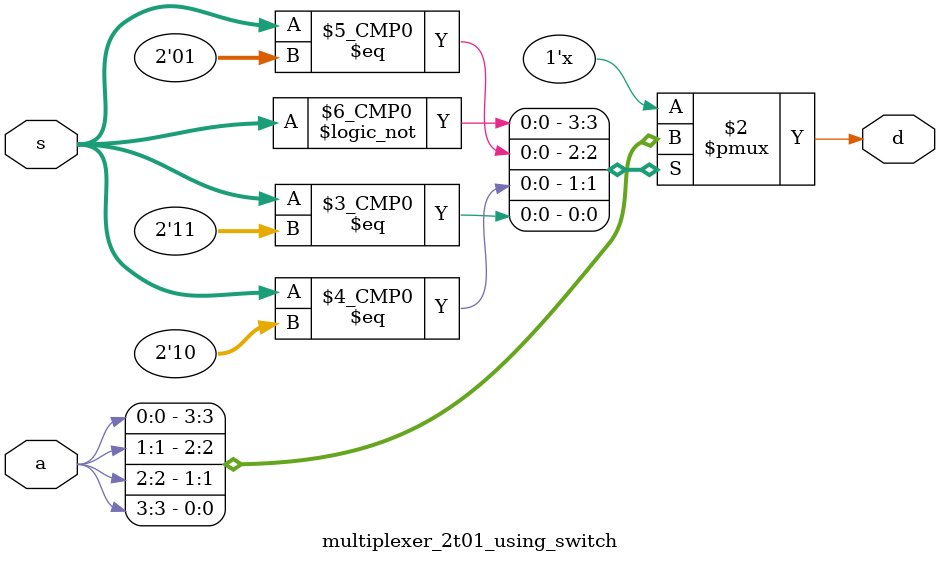
<source format=v>
module multiplexer_2t01_using_switch(
	input [1:0] s,
	input [3:0] a,
	output reg d
);
always@(s)
case(s)
	0:d=a[0];
	1:d=a[1];
	2:d=a[2];
	3:d=a[3];

	endcase

endmodule
</source>
